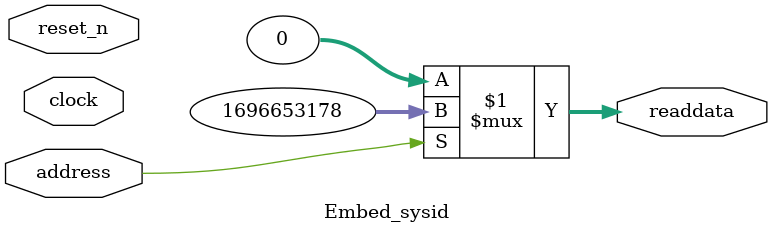
<source format=v>



// synthesis translate_off
`timescale 1ns / 1ps
// synthesis translate_on

// turn off superfluous verilog processor warnings 
// altera message_level Level1 
// altera message_off 10034 10035 10036 10037 10230 10240 10030 

module Embed_sysid (
               // inputs:
                address,
                clock,
                reset_n,

               // outputs:
                readdata
             )
;

  output  [ 31: 0] readdata;
  input            address;
  input            clock;
  input            reset_n;

  wire    [ 31: 0] readdata;
  //control_slave, which is an e_avalon_slave
  assign readdata = address ? 1696653178 : 0;

endmodule



</source>
